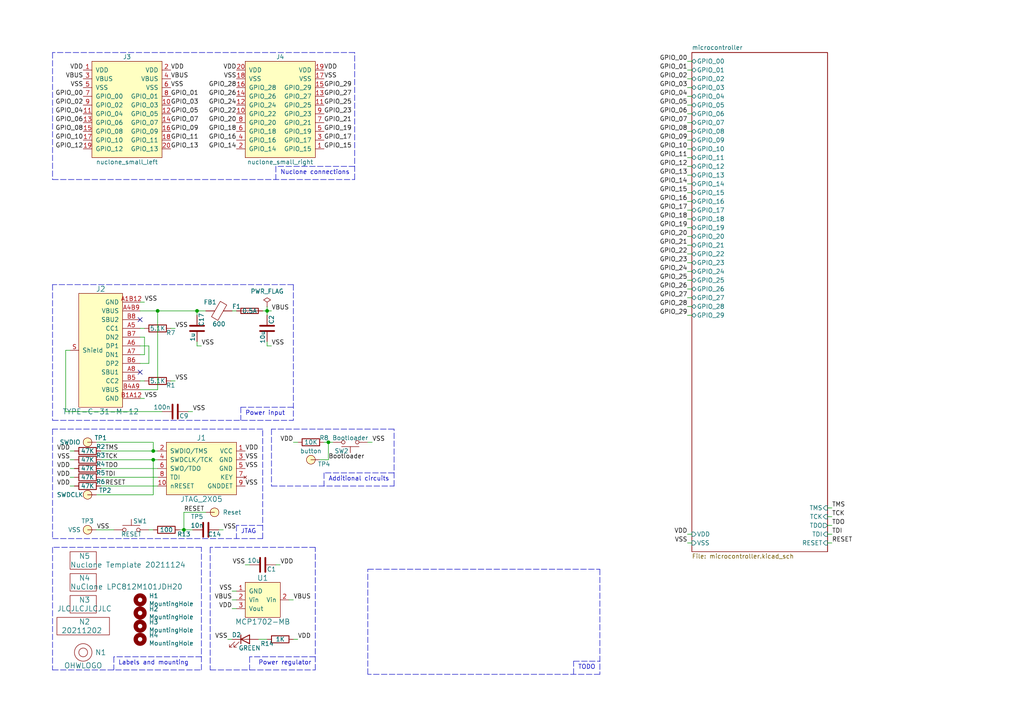
<source format=kicad_sch>
(kicad_sch (version 20211123) (generator eeschema)
  (paper "A4")
  (lib_symbols
    (symbol "Device:C" (pin_numbers hide) (pin_names (offset 0.254))
      (property "Reference" "C" (at 0.635 2.54 0))
      (property "Value" "C" (at 0.635 -2.54 0))
      (symbol "C_0_1"
        (polyline (pts (xy -2.032 -0.762) (xy 2.032 -0.762)) (stroke (width 0.508)))
        (polyline (pts (xy -2.032 0.762) (xy 2.032 0.762)) (stroke (width 0.508)))
      )
      (symbol "C_1_1"
        (pin passive line (at 0 3.81 270) (length 2.794) (name "~") (number "1"))
        (pin passive line (at 0 -3.81 90) (length 2.794) (name "~") (number "2"))
      )
    )
    (symbol "Device:FerriteBead" (pin_numbers hide) (pin_names (offset 0))
      (property "Reference" "FB" (at -3.81 0.635 90))
      (property "Value" "FerriteBead" (at 3.81 0 90))
      (symbol "FerriteBead_0_1"
        (polyline (pts (xy 0 -1.27) (xy 0 -1.2192)))
        (polyline (pts (xy 0 1.27) (xy 0 1.2954)))
        (polyline (pts (xy -2.7686 0.4064) (xy -1.7018 2.2606) (xy 2.7686 -0.3048) (xy 1.6764 -2.159) (xy -2.7686 0.4064)))
      )
      (symbol "FerriteBead_1_1"
        (pin passive line (at 0 3.81 270) (length 2.54) (name "~") (number "1"))
        (pin passive line (at 0 -3.81 90) (length 2.54) (name "~") (number "2"))
      )
    )
    (symbol "Device:Fuse" (pin_numbers hide) (pin_names (offset 0))
      (property "Reference" "F" (at 2.032 0 90))
      (property "Value" "Fuse" (at -1.905 0 90))
      (symbol "Fuse_0_1"
        (rectangle (start -0.762 -2.54) (end 0.762 2.54) (stroke (width 0.254)))
        (polyline (pts (xy 0 2.54) (xy 0 -2.54)))
      )
      (symbol "Fuse_1_1"
        (pin passive line (at 0 3.81 270) (length 1.27) (name "~") (number "1"))
        (pin passive line (at 0 -3.81 90) (length 1.27) (name "~") (number "2"))
      )
    )
    (symbol "Device:LED" (pin_numbers hide) (pin_names (offset 1.016) hide)
      (property "Reference" "D" (at 0 2.54 0))
      (property "Value" "LED" (at 0 -2.54 0))
      (symbol "LED_0_1"
        (polyline (pts (xy -1.27 -1.27) (xy -1.27 1.27)) (stroke (width 0.254)))
        (polyline (pts (xy -1.27 0) (xy 1.27 0)))
        (polyline (pts (xy 1.27 -1.27) (xy 1.27 1.27) (xy -1.27 0) (xy 1.27 -1.27)) (stroke (width 0.254)))
        (polyline (pts (xy -3.048 -0.762) (xy -4.572 -2.286) (xy -3.81 -2.286) (xy -4.572 -2.286) (xy -4.572 -1.524)))
        (polyline (pts (xy -1.778 -0.762) (xy -3.302 -2.286) (xy -2.54 -2.286) (xy -3.302 -2.286) (xy -3.302 -1.524)))
      )
      (symbol "LED_1_1"
        (pin passive line (at -3.81 0 0) (length 2.54) (name "K") (number "1"))
        (pin passive line (at 3.81 0 180) (length 2.54) (name "A") (number "2"))
      )
    )
    (symbol "Device:R" (pin_numbers hide) (pin_names (offset 0))
      (property "Reference" "R" (at 2.032 0 90))
      (property "Value" "R" (at 0 0 90))
      (symbol "R_0_1"
        (rectangle (start -1.016 -2.54) (end 1.016 2.54) (stroke (width 0.254)))
      )
      (symbol "R_1_1"
        (pin passive line (at 0 3.81 270) (length 1.27) (name "~") (number "1"))
        (pin passive line (at 0 -3.81 90) (length 1.27) (name "~") (number "2"))
      )
    )
    (symbol "Mechanical:MountingHole" (pin_names (offset 1.016))
      (property "Reference" "H" (at 0 5.08 0))
      (property "Value" "MountingHole" (at 0 3.175 0))
      (symbol "MountingHole_0_1"
        (circle (center 0 0) (radius 1.27) (stroke (width 1.27)))
      )
    )
    (symbol "SquantorConnectorsNamed:JTAG_2X05_IN" (pin_names (offset 1.016))
      (property "Reference" "J" (at 0 8.89 0))
      (property "Value" "JTAG_2X05_IN" (at 0 -8.89 0))
      (symbol "JTAG_2X05_IN_0_1"
        (rectangle (start -10.16 7.62) (end 10.16 -7.62) (fill (type background)))
      )
      (symbol "JTAG_2X05_IN_1_1"
        (pin power_in line (at 12.7 5.08 180) (length 2.54) (name "VCC") (number "1"))
        (pin open_collector line (at -12.7 -5.08 0) (length 2.54) (name "nRESET") (number "10"))
        (pin bidirectional line (at -12.7 5.08 0) (length 2.54) (name "SWDIO/TMS") (number "2"))
        (pin power_in line (at 12.7 2.54 180) (length 2.54) (name "GND") (number "3"))
        (pin output line (at -12.7 2.54 0) (length 2.54) (name "SWDCLK/TCK") (number "4"))
        (pin power_in line (at 12.7 0 180) (length 2.54) (name "GND") (number "5"))
        (pin output line (at -12.7 0 0) (length 2.54) (name "SWO/TDO") (number "6"))
        (pin no_connect line (at 12.7 -2.54 180) (length 2.54) (name "KEY") (number "7"))
        (pin input line (at -12.7 -2.54 0) (length 2.54) (name "TDI") (number "8"))
        (pin power_in line (at 12.7 -5.08 180) (length 2.54) (name "GNDDET") (number "9"))
      )
    )
    (symbol "SquantorConnectorsNamed:nuclone_small_left" (pin_names (offset 1.016))
      (property "Reference" "J" (at 0 15.24 0))
      (property "Value" "nuclone_small_left" (at 0 -15.24 0))
      (symbol "nuclone_small_left_0_1"
        (rectangle (start -10.16 13.97) (end 10.16 -13.97) (fill (type background)))
      )
      (symbol "nuclone_small_left_1_1"
        (pin power_in line (at -12.7 11.43 0) (length 2.54) (name "VDD") (number "1"))
        (pin bidirectional line (at 12.7 1.27 180) (length 2.54) (name "GPIO_03") (number "10"))
        (pin bidirectional line (at -12.7 -1.27 0) (length 2.54) (name "GPIO_04") (number "11"))
        (pin bidirectional line (at 12.7 -1.27 180) (length 2.54) (name "GPIO_05") (number "12"))
        (pin bidirectional line (at -12.7 -3.81 0) (length 2.54) (name "GPIO_06") (number "13"))
        (pin bidirectional line (at 12.7 -3.81 180) (length 2.54) (name "GPIO_07") (number "14"))
        (pin bidirectional line (at -12.7 -6.35 0) (length 2.54) (name "GPIO_08") (number "15"))
        (pin bidirectional line (at 12.7 -6.35 180) (length 2.54) (name "GPIO_09") (number "16"))
        (pin bidirectional line (at -12.7 -8.89 0) (length 2.54) (name "GPIO_10") (number "17"))
        (pin bidirectional line (at 12.7 -8.89 180) (length 2.54) (name "GPIO_11") (number "18"))
        (pin bidirectional line (at -12.7 -11.43 0) (length 2.54) (name "GPIO_12") (number "19"))
        (pin power_in line (at 12.7 11.43 180) (length 2.54) (name "VDD") (number "2"))
        (pin bidirectional line (at 12.7 -11.43 180) (length 2.54) (name "GPIO_13") (number "20"))
        (pin power_in line (at -12.7 8.89 0) (length 2.54) (name "VBUS") (number "3"))
        (pin power_in line (at 12.7 8.89 180) (length 2.54) (name "VBUS") (number "4"))
        (pin power_in line (at -12.7 6.35 0) (length 2.54) (name "VSS") (number "5"))
        (pin power_in line (at 12.7 6.35 180) (length 2.54) (name "VSS") (number "6"))
        (pin bidirectional line (at -12.7 3.81 0) (length 2.54) (name "GPIO_00") (number "7"))
        (pin bidirectional line (at 12.7 3.81 180) (length 2.54) (name "GPIO_01") (number "8"))
        (pin bidirectional line (at -12.7 1.27 0) (length 2.54) (name "GPIO_02") (number "9"))
      )
    )
    (symbol "SquantorConnectorsNamed:nuclone_small_right" (pin_names (offset 1.016))
      (property "Reference" "J" (at 0 -15.24 0))
      (property "Value" "nuclone_small_right" (at 0 15.24 0))
      (symbol "nuclone_small_right_0_1"
        (rectangle (start 10.16 -13.97) (end -10.16 13.97) (fill (type background)))
      )
      (symbol "nuclone_small_right_1_1"
        (pin bidirectional line (at 12.7 -11.43 180) (length 2.54) (name "GPIO_15") (number "1"))
        (pin bidirectional line (at -12.7 -1.27 0) (length 2.54) (name "GPIO_22") (number "10"))
        (pin bidirectional line (at 12.7 1.27 180) (length 2.54) (name "GPIO_25") (number "11"))
        (pin bidirectional line (at -12.7 1.27 0) (length 2.54) (name "GPIO_24") (number "12"))
        (pin bidirectional line (at 12.7 3.81 180) (length 2.54) (name "GPIO_27") (number "13"))
        (pin bidirectional line (at -12.7 3.81 0) (length 2.54) (name "GPIO_26") (number "14"))
        (pin bidirectional line (at 12.7 6.35 180) (length 2.54) (name "GPIO_29") (number "15"))
        (pin bidirectional line (at -12.7 6.35 0) (length 2.54) (name "GPIO_28") (number "16"))
        (pin power_in line (at 12.7 8.89 180) (length 2.54) (name "VSS") (number "17"))
        (pin power_in line (at -12.7 8.89 0) (length 2.54) (name "VSS") (number "18"))
        (pin power_in line (at 12.7 11.43 180) (length 2.54) (name "VDD") (number "19"))
        (pin bidirectional line (at -12.7 -11.43 0) (length 2.54) (name "GPIO_14") (number "2"))
        (pin power_in line (at -12.7 11.43 0) (length 2.54) (name "VDD") (number "20"))
        (pin bidirectional line (at 12.7 -8.89 180) (length 2.54) (name "GPIO_17") (number "3"))
        (pin bidirectional line (at -12.7 -8.89 0) (length 2.54) (name "GPIO_16") (number "4"))
        (pin bidirectional line (at 12.7 -6.35 180) (length 2.54) (name "GPIO_19") (number "5"))
        (pin bidirectional line (at -12.7 -6.35 0) (length 2.54) (name "GPIO_18") (number "6"))
        (pin bidirectional line (at 12.7 -3.81 180) (length 2.54) (name "GPIO_21") (number "7"))
        (pin bidirectional line (at -12.7 -3.81 0) (length 2.54) (name "GPIO_20") (number "8"))
        (pin bidirectional line (at 12.7 -1.27 180) (length 2.54) (name "GPIO_23") (number "9"))
      )
    )
    (symbol "SquantorLabels:Label" (pin_names (offset 1.016))
      (property "Reference" "N" (at 0 1.27 0))
      (property "Value" "Label" (at 0 -1.27 0))
      (symbol "Label_0_1"
        (rectangle (start -3.81 2.54) (end 3.81 -2.54))
      )
    )
    (symbol "SquantorLabels:OHWLOGO" (pin_names (offset 1.016))
      (property "Reference" "N" (at 0 3.81 0))
      (property "Value" "OHWLOGO" (at 0 -3.81 0))
      (symbol "OHWLOGO_0_1"
        (circle (center 0 0) (radius 1.27))
        (circle (center 0 0) (radius 2.54))
      )
    )
    (symbol "SquantorLabels:VYYYYMMDD" (pin_names (offset 1.016))
      (property "Reference" "N" (at 0 2.54 0))
      (property "Value" "VYYYYMMDD" (at 0 0 0))
      (symbol "VYYYYMMDD_0_1"
        (rectangle (start 7.62 -1.27) (end -7.62 3.81))
      )
    )
    (symbol "SquantorMicrochip:MCP1702-MB" (pin_names (offset 1.016))
      (property "Reference" "U" (at 0 6.35 0))
      (property "Value" "MCP1702-MB" (at 0 -6.35 0))
      (symbol "MCP1702-MB_0_1"
        (rectangle (start -5.08 5.08) (end 5.08 -5.08) (fill (type background)))
      )
      (symbol "MCP1702-MB_1_1"
        (pin power_in line (at -7.62 2.54 0) (length 2.54) (name "GND") (number "1"))
        (pin power_in line (at -7.62 0 0) (length 2.54) (name "Vin") (number "2"))
        (pin power_in line (at 7.62 0 180) (length 2.54) (name "Vin") (number "2"))
        (pin power_out line (at -7.62 -2.54 0) (length 2.54) (name "Vout") (number "3"))
      )
    )
    (symbol "SquantorProto:testpad" (pin_numbers hide) (pin_names (offset 1.016) hide)
      (property "Reference" "TP" (at 0 2.54 0))
      (property "Value" "testpad" (at 0 -2.54 0))
      (symbol "testpad_0_1"
        (circle (center 0 0) (radius 1.27) (fill (type background)))
      )
      (symbol "testpad_1_1"
        (pin passive line (at -2.54 0 0) (length 2.54) (name "1") (number "1"))
      )
    )
    (symbol "SquantorUsb:USB-C_PD_USB" (pin_names (offset 1.016))
      (property "Reference" "J" (at 0 17.78 0))
      (property "Value" "USB-C_PD_USB" (at 0 -17.78 0))
      (symbol "USB-C_PD_USB_0_1"
        (rectangle (start 6.35 16.51) (end -6.35 -16.51) (fill (type background)))
      )
      (symbol "USB-C_PD_USB_1_1"
        (pin power_out line (at 11.43 13.97 180) (length 5.08) (name "GND") (number "A1B12"))
        (pin power_out line (at 11.43 11.43 180) (length 5.08) (name "VBUS") (number "A4B9"))
        (pin bidirectional line (at 11.43 6.35 180) (length 5.08) (name "CC1") (number "A5"))
        (pin bidirectional line (at 11.43 1.27 180) (length 5.08) (name "DP1") (number "A6"))
        (pin bidirectional line (at 11.43 -1.27 180) (length 5.08) (name "DN1") (number "A7"))
        (pin bidirectional line (at 11.43 -6.35 180) (length 5.08) (name "SBU1") (number "A8"))
        (pin passive line (at 11.43 -13.97 180) (length 5.08) (name "GND") (number "B1A12"))
        (pin passive line (at 11.43 -11.43 180) (length 5.08) (name "VBUS") (number "B4A9"))
        (pin bidirectional line (at 11.43 -8.89 180) (length 5.08) (name "CC2") (number "B5"))
        (pin bidirectional line (at 11.43 -3.81 180) (length 5.08) (name "DP2") (number "B6"))
        (pin bidirectional line (at 11.43 3.81 180) (length 5.08) (name "DN2") (number "B7"))
        (pin bidirectional line (at 11.43 8.89 180) (length 5.08) (name "SBU2") (number "B8"))
        (pin passive line (at -8.89 0 0) (length 2.54) (name "Shield") (number "S"))
      )
    )
    (symbol "Switch:SW_Push" (pin_numbers hide) (pin_names (offset 1.016) hide)
      (property "Reference" "SW" (at 1.27 2.54 0))
      (property "Value" "SW_Push" (at 0 -1.524 0))
      (symbol "SW_Push_0_1"
        (circle (center -2.032 0) (radius 0.508))
        (polyline (pts (xy 0 1.27) (xy 0 3.048)))
        (polyline (pts (xy 2.54 1.27) (xy -2.54 1.27)))
        (circle (center 2.032 0) (radius 0.508))
        (pin passive line (at -5.08 0 0) (length 2.54) (name "1") (number "1"))
        (pin passive line (at 5.08 0 180) (length 2.54) (name "2") (number "2"))
      )
    )
    (symbol "power:PWR_FLAG" (power) (pin_numbers hide) (pin_names (offset 0) hide)
      (property "Value" "PWR_FLAG" (at 0 3.81 0))
      (symbol "PWR_FLAG_0_0"
        (pin power_out line (at 0 0 90) (length 0) (name "pwr") (number "1"))
      )
      (symbol "PWR_FLAG_0_1"
        (polyline (pts (xy 0 0) (xy 0 1.27) (xy -1.016 1.905) (xy 0 2.54) (xy 1.016 1.905) (xy 0 1.27)))
      )
    )
  )
  (junction (at 77.47 90.17))
  (junction (at 45.72 90.17))
  (junction (at 44.45 130.81))
  (junction (at 44.45 133.35))
  (junction (at 53.34 153.67))
  (junction (at 95.25 128.27))
  (junction (at 57.15 90.17))
  (no_connect (at 40.64 92.71))
  (no_connect (at 40.64 107.95))
  (wire (pts (xy 85.09 173.99) (xy 83.82 173.99)))
  (wire (pts (xy 200.66 76.2) (xy 199.39 76.2)))
  (polyline (pts (xy 114.3 124.46) (xy 78.74 124.46)))
  (polyline (pts (xy 173.99 195.58) (xy 106.68 195.58)))
  (wire (pts (xy 77.47 91.44) (xy 77.47 90.17)))
  (wire (pts (xy 199.39 43.18) (xy 200.66 43.18)))
  (wire (pts (xy 45.72 90.17) (xy 57.15 90.17)))
  (wire (pts (xy 86.36 185.42) (xy 85.09 185.42)))
  (wire (pts (xy 59.69 148.59) (xy 53.34 148.59)))
  (polyline (pts (xy 58.42 190.5) (xy 33.02 190.5)))
  (wire (pts (xy 85.09 128.27) (xy 86.36 128.27)))
  (polyline (pts (xy 15.24 156.21) (xy 76.2 156.21)))
  (polyline (pts (xy 15.24 158.75) (xy 15.24 194.31)))
  (wire (pts (xy 41.91 110.49) (xy 40.64 110.49)))
  (wire (pts (xy 29.21 140.97) (xy 45.72 140.97)))
  (polyline (pts (xy 102.87 48.26) (xy 80.01 48.26)))
  (polyline (pts (xy 76.2 152.4) (xy 68.58 152.4)))
  (polyline (pts (xy 58.42 158.75) (xy 15.24 158.75)))
  (wire (pts (xy 78.74 90.17) (xy 77.47 90.17)))
  (wire (pts (xy 53.34 148.59) (xy 53.34 153.67)))
  (polyline (pts (xy 15.24 82.55) (xy 15.24 121.92)))
  (wire (pts (xy 40.64 95.25) (xy 41.91 95.25)))
  (wire (pts (xy 199.39 17.78) (xy 200.66 17.78)))
  (wire (pts (xy 241.3 149.86) (xy 240.03 149.86)))
  (wire (pts (xy 200.66 45.72) (xy 199.39 45.72)))
  (polyline (pts (xy 106.68 165.1) (xy 173.99 165.1)))
  (wire (pts (xy 240.03 147.32) (xy 241.3 147.32)))
  (wire (pts (xy 200.66 81.28) (xy 199.39 81.28)))
  (polyline (pts (xy 69.85 118.11) (xy 69.85 121.92)))
  (wire (pts (xy 199.39 154.94) (xy 200.66 154.94)))
  (polyline (pts (xy 85.09 82.55) (xy 85.09 121.92)))
  (wire (pts (xy 55.88 153.67) (xy 53.34 153.67)))
  (wire (pts (xy 49.53 110.49) (xy 50.8 110.49)))
  (wire (pts (xy 27.94 153.67) (xy 33.02 153.67)))
  (wire (pts (xy 200.66 71.12) (xy 199.39 71.12)))
  (wire (pts (xy 52.07 153.67) (xy 53.34 153.67)))
  (polyline (pts (xy 33.02 190.5) (xy 33.02 194.31)))
  (wire (pts (xy 29.21 133.35) (xy 44.45 133.35)))
  (wire (pts (xy 41.91 87.63) (xy 40.64 87.63)))
  (wire (pts (xy 68.58 173.99) (xy 67.31 173.99)))
  (wire (pts (xy 21.59 133.35) (xy 20.32 133.35)))
  (wire (pts (xy 29.21 138.43) (xy 45.72 138.43)))
  (polyline (pts (xy 80.01 48.26) (xy 80.01 52.07)))
  (polyline (pts (xy 166.37 195.58) (xy 166.37 191.77)))
  (wire (pts (xy 200.66 40.64) (xy 199.39 40.64)))
  (wire (pts (xy 199.39 48.26) (xy 200.66 48.26)))
  (wire (pts (xy 240.03 152.4) (xy 241.3 152.4)))
  (wire (pts (xy 77.47 100.33) (xy 78.74 100.33)))
  (polyline (pts (xy 91.44 158.75) (xy 60.96 158.75)))
  (wire (pts (xy 200.66 20.32) (xy 199.39 20.32)))
  (wire (pts (xy 44.45 133.35) (xy 45.72 133.35)))
  (wire (pts (xy 77.47 90.17) (xy 76.2 90.17)))
  (wire (pts (xy 241.3 154.94) (xy 240.03 154.94)))
  (wire (pts (xy 199.39 27.94) (xy 200.66 27.94)))
  (wire (pts (xy 199.39 33.02) (xy 200.66 33.02)))
  (wire (pts (xy 200.66 91.44) (xy 199.39 91.44)))
  (wire (pts (xy 64.77 153.67) (xy 63.5 153.67)))
  (wire (pts (xy 21.59 138.43) (xy 20.32 138.43)))
  (polyline (pts (xy 78.74 124.46) (xy 78.74 140.97)))
  (wire (pts (xy 199.39 38.1) (xy 200.66 38.1)))
  (polyline (pts (xy 102.87 15.24) (xy 15.24 15.24)))
  (polyline (pts (xy 102.87 52.07) (xy 102.87 15.24)))
  (wire (pts (xy 57.15 91.44) (xy 57.15 90.17)))
  (wire (pts (xy 27.94 128.27) (xy 44.45 128.27)))
  (polyline (pts (xy 15.24 124.46) (xy 15.24 156.21)))
  (wire (pts (xy 57.15 90.17) (xy 59.69 90.17)))
  (wire (pts (xy 200.66 86.36) (xy 199.39 86.36)))
  (polyline (pts (xy 15.24 52.07) (xy 102.87 52.07)))
  (wire (pts (xy 19.05 101.6) (xy 19.05 119.38)))
  (wire (pts (xy 20.32 140.97) (xy 21.59 140.97)))
  (wire (pts (xy 45.72 113.03) (xy 45.72 90.17)))
  (wire (pts (xy 92.71 133.35) (xy 95.25 133.35)))
  (wire (pts (xy 199.39 88.9) (xy 200.66 88.9)))
  (wire (pts (xy 44.45 143.51) (xy 44.45 133.35)))
  (wire (pts (xy 29.21 130.81) (xy 44.45 130.81)))
  (polyline (pts (xy 76.2 124.46) (xy 15.24 124.46)))
  (wire (pts (xy 77.47 99.06) (xy 77.47 100.33)))
  (polyline (pts (xy 85.09 118.11) (xy 69.85 118.11)))
  (wire (pts (xy 199.39 68.58) (xy 200.66 68.58)))
  (wire (pts (xy 19.05 119.38) (xy 46.99 119.38)))
  (wire (pts (xy 199.39 53.34) (xy 200.66 53.34)))
  (wire (pts (xy 200.66 157.48) (xy 199.39 157.48)))
  (wire (pts (xy 41.91 115.57) (xy 40.64 115.57)))
  (polyline (pts (xy 78.74 140.97) (xy 114.3 140.97)))
  (wire (pts (xy 29.21 135.89) (xy 45.72 135.89)))
  (wire (pts (xy 40.64 90.17) (xy 45.72 90.17)))
  (wire (pts (xy 199.39 73.66) (xy 200.66 73.66)))
  (wire (pts (xy 200.66 30.48) (xy 199.39 30.48)))
  (polyline (pts (xy 58.42 194.31) (xy 58.42 158.75)))
  (wire (pts (xy 93.98 128.27) (xy 95.25 128.27)))
  (wire (pts (xy 80.01 163.83) (xy 81.28 163.83)))
  (wire (pts (xy 67.31 185.42) (xy 66.04 185.42)))
  (wire (pts (xy 27.94 143.51) (xy 44.45 143.51)))
  (wire (pts (xy 200.66 50.8) (xy 199.39 50.8)))
  (wire (pts (xy 67.31 171.45) (xy 68.58 171.45)))
  (wire (pts (xy 57.15 100.33) (xy 57.15 99.06)))
  (wire (pts (xy 95.25 128.27) (xy 96.52 128.27)))
  (polyline (pts (xy 106.68 195.58) (xy 106.68 165.1)))
  (wire (pts (xy 50.8 95.25) (xy 49.53 95.25)))
  (wire (pts (xy 199.39 22.86) (xy 200.66 22.86)))
  (polyline (pts (xy 60.96 158.75) (xy 60.96 194.31)))
  (polyline (pts (xy 60.96 194.31) (xy 91.44 194.31)))
  (polyline (pts (xy 166.37 191.77) (xy 173.99 191.77)))
  (polyline (pts (xy 114.3 137.16) (xy 93.98 137.16)))
  (wire (pts (xy 55.88 119.38) (xy 54.61 119.38)))
  (polyline (pts (xy 91.44 194.31) (xy 91.44 158.75)))
  (wire (pts (xy 40.64 100.33) (xy 43.18 100.33)))
  (polyline (pts (xy 15.24 15.24) (xy 15.24 52.07)))
  (wire (pts (xy 200.66 55.88) (xy 199.39 55.88)))
  (wire (pts (xy 71.12 163.83) (xy 72.39 163.83)))
  (wire (pts (xy 58.42 100.33) (xy 57.15 100.33)))
  (wire (pts (xy 40.64 97.79) (xy 41.91 97.79)))
  (wire (pts (xy 44.45 130.81) (xy 45.72 130.81)))
  (wire (pts (xy 43.18 153.67) (xy 44.45 153.67)))
  (wire (pts (xy 199.39 63.5) (xy 200.66 63.5)))
  (polyline (pts (xy 91.44 190.5) (xy 72.39 190.5)))
  (wire (pts (xy 67.31 176.53) (xy 68.58 176.53)))
  (wire (pts (xy 200.66 66.04) (xy 199.39 66.04)))
  (wire (pts (xy 43.18 100.33) (xy 43.18 105.41)))
  (wire (pts (xy 43.18 105.41) (xy 40.64 105.41)))
  (wire (pts (xy 44.45 128.27) (xy 44.45 130.81)))
  (wire (pts (xy 240.03 157.48) (xy 241.3 157.48)))
  (polyline (pts (xy 85.09 82.55) (xy 15.24 82.55)))
  (polyline (pts (xy 68.58 152.4) (xy 68.58 156.21)))
  (wire (pts (xy 199.39 78.74) (xy 200.66 78.74)))
  (wire (pts (xy 200.66 35.56) (xy 199.39 35.56)))
  (polyline (pts (xy 173.99 165.1) (xy 173.99 195.58)))
  (wire (pts (xy 41.91 102.87) (xy 40.64 102.87)))
  (polyline (pts (xy 15.24 121.92) (xy 85.09 121.92)))
  (wire (pts (xy 77.47 90.17) (xy 77.47 88.9)))
  (wire (pts (xy 40.64 113.03) (xy 45.72 113.03)))
  (wire (pts (xy 20.32 101.6) (xy 19.05 101.6)))
  (wire (pts (xy 200.66 25.4) (xy 199.39 25.4)))
  (polyline (pts (xy 114.3 140.97) (xy 114.3 124.46)))
  (wire (pts (xy 95.25 133.35) (xy 95.25 128.27)))
  (wire (pts (xy 41.91 97.79) (xy 41.91 102.87)))
  (wire (pts (xy 199.39 83.82) (xy 200.66 83.82)))
  (wire (pts (xy 20.32 135.89) (xy 21.59 135.89)))
  (wire (pts (xy 77.47 185.42) (xy 74.93 185.42)))
  (wire (pts (xy 199.39 58.42) (xy 200.66 58.42)))
  (wire (pts (xy 20.32 130.81) (xy 21.59 130.81)))
  (polyline (pts (xy 72.39 190.5) (xy 72.39 194.31)))
  (wire (pts (xy 107.95 128.27) (xy 106.68 128.27)))
  (polyline (pts (xy 93.98 137.16) (xy 93.98 140.97)))
  (wire (pts (xy 200.66 60.96) (xy 199.39 60.96)))
  (wire (pts (xy 67.31 90.17) (xy 68.58 90.17)))
  (polyline (pts (xy 76.2 156.21) (xy 76.2 124.46)))
  (polyline (pts (xy 15.24 194.31) (xy 58.42 194.31)))
  (text "Additional circuits" (at 95.25 139.7 0) (effects (font (size 1.27 1.27)) (justify left bottom)))
  (text "Power input" (at 71.12 120.65 0) (effects (font (size 1.27 1.27)) (justify left bottom)))
  (text "Power regulator" (at 74.93 193.04 0) (effects (font (size 1.27 1.27)) (justify left bottom)))
  (text "Nuclone connections" (at 81.28 50.8 0) (effects (font (size 1.27 1.27)) (justify left bottom)))
  (text "TODO" (at 167.64 194.31 0) (effects (font (size 1.27 1.27)) (justify left bottom)))
  (text "Labels and mounting" (at 34.29 193.04 0) (effects (font (size 1.27 1.27)) (justify left bottom)))
  (text "JTAG" (at 69.85 154.94 0) (effects (font (size 1.27 1.27)) (justify left bottom)))
  (label "GPIO_07" (at 49.53 35.56 0))
  (label "GPIO_23" (at 199.39 76.2 180))
  (label "VSS" (at 50.8 95.25 0))
  (label "GPIO_19" (at 199.39 66.04 180))
  (label "VSS" (at 71.12 140.97 0))
  (label "GPIO_24" (at 199.39 78.74 180))
  (label "VBUS" (at 78.74 90.17 0))
  (label "VBUS" (at 49.53 22.86 0))
  (label "TCK" (at 30.48 133.35 0))
  (label "VSS" (at 20.32 133.35 180))
  (label "GPIO_28" (at 199.39 88.9 180))
  (label "GPIO_25" (at 93.98 30.48 0))
  (label "GPIO_10" (at 24.13 40.64 180))
  (label "GPIO_06" (at 199.39 33.02 180))
  (label "TMS" (at 241.3 147.32 0))
  (label "GPIO_12" (at 24.13 43.18 180))
  (label "GPIO_16" (at 68.58 40.64 180))
  (label "VDD" (at 20.32 140.97 180))
  (label "GPIO_04" (at 24.13 33.02 180))
  (label "VSS" (at 199.39 157.48 180))
  (label "VSS" (at 71.12 163.83 180))
  (label "GPIO_00" (at 199.39 17.78 180))
  (label "VSS" (at 67.31 171.45 180))
  (label "GPIO_12" (at 199.39 48.26 180))
  (label "GPIO_11" (at 49.53 40.64 0))
  (label "GPIO_13" (at 49.53 43.18 0))
  (label "TDI" (at 241.3 154.94 0))
  (label "GPIO_10" (at 199.39 43.18 180))
  (label "GPIO_21" (at 93.98 35.56 0))
  (label "GPIO_15" (at 199.39 55.88 180))
  (label "GPIO_29" (at 93.98 25.4 0))
  (label "VDD" (at 24.13 20.32 180))
  (label "TDO" (at 30.48 135.89 0))
  (label "VSS" (at 71.12 135.89 0))
  (label "VDD" (at 20.32 135.89 180))
  (label "GPIO_27" (at 199.39 86.36 180))
  (label "GPIO_22" (at 68.58 33.02 180))
  (label "GPIO_03" (at 49.53 30.48 0))
  (label "GPIO_18" (at 199.39 63.5 180))
  (label "GPIO_01" (at 49.53 27.94 0))
  (label "GPIO_08" (at 199.39 38.1 180))
  (label "GPIO_17" (at 93.98 40.64 0))
  (label "GPIO_07" (at 199.39 35.56 180))
  (label "TDO" (at 241.3 152.4 0))
  (label "Bootloader" (at 95.25 133.35 0))
  (label "GPIO_16" (at 199.39 58.42 180))
  (label "VSS" (at 55.88 119.38 0))
  (label "VSS" (at 58.42 100.33 0))
  (label "VSS" (at 68.58 22.86 180))
  (label "VBUS" (at 67.31 173.99 180))
  (label "GPIO_09" (at 49.53 38.1 0))
  (label "TCK" (at 241.3 149.86 0))
  (label "VDD" (at 81.28 163.83 0))
  (label "GPIO_20" (at 68.58 35.56 180))
  (label "VDD" (at 71.12 130.81 0))
  (label "GPIO_15" (at 93.98 43.18 0))
  (label "GPIO_25" (at 199.39 81.28 180))
  (label "GPIO_27" (at 93.98 27.94 0))
  (label "VDD" (at 85.09 128.27 180))
  (label "VDD" (at 68.58 20.32 180))
  (label "GPIO_09" (at 199.39 40.64 180))
  (label "GPIO_13" (at 199.39 50.8 180))
  (label "GPIO_03" (at 199.39 25.4 180))
  (label "GPIO_26" (at 68.58 27.94 180))
  (label "VSS" (at 49.53 25.4 0))
  (label "VDD" (at 86.36 185.42 0))
  (label "TMS" (at 30.48 130.81 0))
  (label "GPIO_26" (at 199.39 83.82 180))
  (label "GPIO_29" (at 199.39 91.44 180))
  (label "GPIO_19" (at 93.98 38.1 0))
  (label "RESET" (at 30.48 140.97 0))
  (label "GPIO_05" (at 49.53 33.02 0))
  (label "GPIO_21" (at 199.39 71.12 180))
  (label "GPIO_05" (at 199.39 30.48 180))
  (label "GPIO_14" (at 199.39 53.34 180))
  (label "TDI" (at 30.48 138.43 0))
  (label "VSS" (at 93.98 22.86 0))
  (label "GPIO_00" (at 24.13 27.94 180))
  (label "GPIO_22" (at 199.39 73.66 180))
  (label "GPIO_28" (at 68.58 25.4 180))
  (label "GPIO_23" (at 93.98 33.02 0))
  (label "GPIO_14" (at 68.58 43.18 180))
  (label "GPIO_11" (at 199.39 45.72 180))
  (label "VSS" (at 71.12 133.35 0))
  (label "VSS" (at 107.95 128.27 0))
  (label "VDD" (at 20.32 130.81 180))
  (label "GPIO_02" (at 24.13 30.48 180))
  (label "VDD" (at 93.98 20.32 0))
  (label "VDD" (at 49.53 20.32 0))
  (label "VSS" (at 24.13 25.4 180))
  (label "GPIO_06" (at 24.13 35.56 180))
  (label "VDD" (at 199.39 154.94 180))
  (label "VSS" (at 64.77 153.67 0))
  (label "VSS" (at 66.04 185.42 180))
  (label "RESET" (at 53.34 148.59 0))
  (label "RESET" (at 241.3 157.48 0))
  (label "GPIO_08" (at 24.13 38.1 180))
  (label "GPIO_18" (at 68.58 38.1 180))
  (label "VSS" (at 41.91 115.57 0))
  (label "VSS" (at 31.75 153.67 180))
  (label "GPIO_20" (at 199.39 68.58 180))
  (label "GPIO_17" (at 199.39 60.96 180))
  (label "GPIO_02" (at 199.39 22.86 180))
  (label "VSS" (at 41.91 87.63 0))
  (label "VBUS" (at 85.09 173.99 0))
  (label "VDD" (at 67.31 176.53 180))
  (label "VSS" (at 50.8 110.49 0))
  (label "VDD" (at 20.32 138.43 180))
  (label "VBUS" (at 24.13 22.86 180))
  (label "GPIO_24" (at 68.58 30.48 180))
  (label "GPIO_04" (at 199.39 27.94 180))
  (label "VSS" (at 78.74 100.33 0))
  (label "GPIO_01" (at 199.39 20.32 180))
  (symbol (lib_id "SquantorLabels:OHWLOGO") (at 24.13 189.23 0) (unit 1)
    (property "Reference" "N1" (at 29.21 189.23 0) (effects (font (size 1.524 1.524))))
    (property "Value" "OHWLOGO" (at 24.13 193.04 0) (effects (font (size 1.524 1.524))))
    (property "Footprint" "Symbols:OSHW-Symbol_6.7x6mm_SilkScreen" (effects hide))
  )
  (symbol (lib_id "SquantorConnectorsNamed:JTAG_2X05_IN") (at 58.42 135.89 0) (unit 1)
    (property "Reference" "J1" (at 58.42 127 0) (effects (font (size 1.524 1.524))))
    (property "Value" "JTAG_2X05" (at 58.42 144.78 0) (effects (font (size 1.524 1.524))))
    (property "Footprint" "SquantorConnectors:Header-0127-2X05-H006" (effects hide))
  )
  (symbol (lib_id "Device:FerriteBead") (at 63.5 90.17 270) (unit 1)
    (property "Reference" "FB1" (at 60.96 87.63 90))
    (property "Value" "600" (at 63.5 93.98 90))
    (property "Footprint" "SquantorRcl:L_0603" (effects hide))
  )
  (symbol (lib_id "Device:Fuse") (at 72.39 90.17 270) (unit 1)
    (property "Reference" "F1" (at 68.58 88.9 90))
    (property "Value" "0.5A" (at 72.39 90.17 90))
    (property "Footprint" "SquantorRcl:F_0603_hand" (effects hide))
  )
  (symbol (lib_id "Device:C") (at 77.47 95.25 180) (unit 1)
    (property "Reference" "C2" (at 78.74 92.71 90))
    (property "Value" "10u" (at 76.2 97.79 90))
    (property "Footprint" "SquantorRcl:C_0603" (effects hide))
  )
  (symbol (lib_id "power:PWR_FLAG") (at 77.47 88.9 0) (unit 1)
    (property "Reference" "#FLG01" (effects hide))
    (property "Value" "PWR_FLAG" (at 77.47 84.5058 0))
  )
  (symbol (lib_id "Mechanical:MountingHole") (at 40.64 185.42 0) (unit 1)
    (property "Reference" "H4" (at 43.18 184.2516 0) (effects (justify left)))
    (property "Value" "MountingHole" (at 43.18 186.563 0) (effects (justify left)))
    (property "Footprint" "MountingHole:MountingHole_3.2mm_M3_Pad_Via" (effects hide))
  )
  (symbol (lib_id "Mechanical:MountingHole") (at 40.64 181.61 0) (unit 1)
    (property "Reference" "H3" (at 43.18 180.4416 0) (effects (justify left)))
    (property "Value" "MountingHole" (at 43.18 182.753 0) (effects (justify left)))
    (property "Footprint" "MountingHole:MountingHole_3.2mm_M3_Pad_Via" (effects hide))
  )
  (symbol (lib_id "Mechanical:MountingHole") (at 40.64 177.8 0) (unit 1)
    (property "Reference" "H2" (at 43.18 176.6316 0) (effects (justify left)))
    (property "Value" "MountingHole" (at 43.18 178.943 0) (effects (justify left)))
    (property "Footprint" "MountingHole:MountingHole_3.2mm_M3_Pad_Via" (effects hide))
  )
  (symbol (lib_id "Mechanical:MountingHole") (at 40.64 173.99 0) (unit 1)
    (property "Reference" "H1" (at 43.18 172.8216 0) (effects (justify left)))
    (property "Value" "MountingHole" (at 43.18 175.133 0) (effects (justify left)))
    (property "Footprint" "MountingHole:MountingHole_3.2mm_M3_Pad_Via" (effects hide))
  )
  (symbol (lib_id "SquantorLabels:VYYYYMMDD") (at 24.13 182.88 0) (unit 1)
    (property "Reference" "N2" (at 22.86 180.34 0) (effects (font (size 1.524 1.524)) (justify left)))
    (property "Value" "20211202" (at 17.78 182.88 0) (effects (font (size 1.524 1.524)) (justify left)))
    (property "Footprint" "SquantorLabels:Label_version" (effects hide))
  )
  (symbol (lib_id "SquantorMicrochip:MCP1702-MB") (at 76.2 173.99 0) (unit 1)
    (property "Reference" "U1" (at 76.2 167.64 0) (effects (font (size 1.524 1.524))))
    (property "Value" "MCP1702-MB" (at 76.2 180.34 0) (effects (font (size 1.524 1.524))))
    (property "Footprint" "SquantorIC:SOT89-NXP" (effects hide))
  )
  (symbol (lib_id "Device:C") (at 76.2 163.83 270) (unit 1)
    (property "Reference" "C1" (at 78.74 165.1 90))
    (property "Value" "10u" (at 73.66 162.56 90))
    (property "Footprint" "SquantorRcl:C_0603" (effects hide))
  )
  (symbol (lib_id "SquantorConnectorsNamed:nuclone_small_left") (at 36.83 31.75 0) (unit 1)
    (property "Reference" "J3" (at 36.83 16.51 0))
    (property "Value" "nuclone_small_left" (at 36.83 46.99 0))
    (property "Footprint" "SquantorConnectorsNamed:nuclone_small_left_stacked" (effects hide))
  )
  (symbol (lib_id "SquantorConnectorsNamed:nuclone_small_right") (at 81.28 31.75 0) (unit 1)
    (property "Reference" "J4" (at 81.28 16.51 0))
    (property "Value" "nuclone_small_right" (at 81.28 46.99 0))
    (property "Footprint" "SquantorConnectorsNamed:nuclone_small_right_stacked" (effects hide))
  )
  (symbol (lib_id "SquantorLabels:Label") (at 24.13 175.26 0) (unit 1)
    (property "Reference" "N3" (at 22.86 173.99 0) (effects (font (size 1.524 1.524)) (justify left)))
    (property "Value" "JLCJLCJLCJLC" (at 16.51 176.53 0) (effects (font (size 1.524 1.524)) (justify left)))
    (property "Footprint" "SquantorLabels:Label_Generic" (effects hide))
  )
  (symbol (lib_id "Switch:SW_Push") (at 38.1 153.67 0) (unit 1)
    (property "Reference" "SW1" (at 40.64 151.13 0))
    (property "Value" "RESET" (at 38.1 154.94 0))
    (property "Footprint" "SquantorSwitches:TD-85XU" (effects hide))
  )
  (symbol (lib_id "SquantorUsb:USB-C_PD_USB") (at 29.21 101.6 0) (unit 1)
    (property "Reference" "J2" (at 29.21 83.82 0) (effects (font (size 1.524 1.524))))
    (property "Value" "TYPE-C-31-M-12" (at 29.21 119.38 0) (effects (font (size 1.524 1.524))))
    (property "Footprint" "SquantorUsb:USB-C-HRO-31-M-12" (effects hide))
  )
  (symbol (lib_id "Device:R") (at 45.72 110.49 270) (unit 1)
    (property "Reference" "R1" (at 49.53 111.76 90))
    (property "Value" "5.1K" (at 45.72 110.49 90))
    (property "Footprint" "SquantorRcl:R_0402_hand" (effects hide))
  )
  (symbol (lib_id "Device:C") (at 50.8 119.38 270) (unit 1)
    (property "Reference" "C9" (at 53.34 120.65 90))
    (property "Value" "100n" (at 46.99 118.11 90))
    (property "Footprint" "SquantorRcl:C_0805" (effects hide))
  )
  (symbol (lib_id "Device:R") (at 25.4 130.81 270) (unit 1)
    (property "Reference" "R2" (at 29.21 129.54 90))
    (property "Value" "47K" (at 25.4 130.81 90))
    (property "Footprint" "SquantorRcl:R_0402_hand" (effects hide))
  )
  (symbol (lib_id "Device:R") (at 25.4 133.35 270) (unit 1)
    (property "Reference" "R3" (at 29.21 132.08 90))
    (property "Value" "47K" (at 25.4 133.35 90))
    (property "Footprint" "SquantorRcl:R_0402_hand" (effects hide))
  )
  (symbol (lib_id "Device:R") (at 25.4 135.89 270) (unit 1)
    (property "Reference" "R4" (at 29.21 134.62 90))
    (property "Value" "47K" (at 25.4 135.89 90))
    (property "Footprint" "SquantorRcl:R_0402_hand" (effects hide))
  )
  (symbol (lib_id "Device:R") (at 25.4 138.43 270) (unit 1)
    (property "Reference" "R5" (at 29.21 137.16 90))
    (property "Value" "47K" (at 25.4 138.43 90))
    (property "Footprint" "SquantorRcl:R_0402_hand" (effects hide))
  )
  (symbol (lib_id "Device:R") (at 25.4 140.97 270) (unit 1)
    (property "Reference" "R6" (at 29.21 139.7 90))
    (property "Value" "47K" (at 25.4 140.97 90))
    (property "Footprint" "SquantorRcl:R_0402_hand" (effects hide))
  )
  (symbol (lib_id "SquantorLabels:Label") (at 24.13 168.91 0) (unit 1)
    (property "Reference" "N4" (at 22.86 167.64 0) (effects (font (size 1.524 1.524)) (justify left)))
    (property "Value" "NuClone LPC812M101JDH20" (at 20.32 170.18 0) (effects (font (size 1.524 1.524)) (justify left)))
    (property "Footprint" "SquantorLabels:Label_Generic" (effects hide))
  )
  (symbol (lib_id "Device:R") (at 48.26 153.67 270) (unit 1)
    (property "Reference" "R13" (at 53.34 154.94 90))
    (property "Value" "100" (at 48.26 153.67 90))
    (property "Footprint" "SquantorRcl:R_0402_hand" (effects hide))
  )
  (symbol (lib_id "Device:C") (at 59.69 153.67 270) (unit 1)
    (property "Reference" "C14" (at 62.23 154.94 90))
    (property "Value" "10n" (at 57.15 152.4 90))
    (property "Footprint" "SquantorRcl:C_0402" (effects hide))
  )
  (symbol (lib_id "Device:R") (at 81.28 185.42 90) (unit 1)
    (property "Reference" "R14" (at 77.47 186.69 90))
    (property "Value" "1K" (at 81.28 185.42 90))
    (property "Footprint" "SquantorRcl:R_0402_hand" (effects hide))
  )
  (symbol (lib_id "Device:LED") (at 71.12 185.42 0) (unit 1)
    (property "Reference" "D2" (at 68.58 184.15 0))
    (property "Value" "GREEN" (at 72.39 187.96 0))
    (property "Footprint" "SquantorDiodes:LED_0603_hand" (effects hide))
  )
  (symbol (lib_id "Device:R") (at 45.72 95.25 270) (unit 1)
    (property "Reference" "R7" (at 49.53 96.52 90))
    (property "Value" "5.1K" (at 45.72 95.25 90))
    (property "Footprint" "SquantorRcl:R_0402_hand" (effects hide))
  )
  (symbol (lib_id "Device:C") (at 57.15 95.25 180) (unit 1)
    (property "Reference" "C17" (at 58.42 92.71 90))
    (property "Value" "1u" (at 55.88 97.79 90))
    (property "Footprint" "SquantorRcl:C_0603" (effects hide))
  )
  (symbol (lib_id "Switch:SW_Push") (at 101.6 128.27 180) (unit 1)
    (property "Reference" "SW2" (at 99.06 130.81 0))
    (property "Value" "Bootloader" (at 101.6 127 0))
    (property "Footprint" "SquantorSwitches:TD-85XU" (effects hide))
  )
  (symbol (lib_id "Device:R") (at 90.17 128.27 270) (unit 1)
    (property "Reference" "R8" (at 93.98 127 90))
    (property "Value" "10K" (at 90.17 128.27 90))
    (property "Footprint" "SquantorRcl:R_0402_hand" (effects hide))
  )
  (symbol (lib_id "SquantorProto:testpad") (at 90.17 133.35 180) (unit 1)
    (property "Reference" "TP4" (at 93.98 134.62 0))
    (property "Value" "button" (at 90.17 130.81 0))
    (property "Footprint" "SquantorTestPoints:TestPoint_hole_H04R07" (effects hide))
  )
  (symbol (lib_id "SquantorProto:testpad") (at 25.4 128.27 180) (unit 1)
    (property "Reference" "TP1" (at 29.21 127 0))
    (property "Value" "SWDIO" (at 20.32 128.27 0))
    (property "Footprint" "SquantorTestPoints:TestPoint_hole_H04R07" (effects hide))
  )
  (symbol (lib_id "SquantorProto:testpad") (at 25.4 143.51 180) (unit 1)
    (property "Reference" "TP2" (at 30.48 142.24 0))
    (property "Value" "SWDCLK" (at 20.32 143.51 0))
    (property "Footprint" "SquantorTestPoints:TestPoint_hole_H04R07" (effects hide))
  )
  (symbol (lib_id "SquantorProto:testpad") (at 25.4 153.67 180) (unit 1)
    (property "Reference" "TP3" (at 25.4 151.13 0))
    (property "Value" "VSS" (at 21.59 153.67 0))
    (property "Footprint" "SquantorTestPoints:TestPoint_hole_H05R10" (effects hide))
  )
  (symbol (lib_id "SquantorProto:testpad") (at 62.23 148.59 0) (unit 1)
    (property "Reference" "TP5" (at 57.15 149.86 0))
    (property "Value" "Reset" (at 67.31 148.59 0))
    (property "Footprint" "SquantorTestPoints:TestPoint_hole_H04R07" (effects hide))
  )
  (symbol (lib_id "SquantorLabels:Label") (at 24.13 162.56 0) (unit 1)
    (property "Reference" "N5" (at 22.86 161.29 0) (effects (font (size 1.524 1.524)) (justify left)))
    (property "Value" "Nuclone Template 20211124" (at 20.32 163.83 0) (effects (font (size 1.524 1.524)) (justify left)))
    (property "Footprint" "SquantorLabels:Label_Generic" (effects hide))
  )
  (sheet (at 200.66 15.24) (size 39.37 144.78)
    (property "Sheet name" "microcontroller" (at 200.66 14.5284 0) (effects (justify left bottom)))
    (property "Sheet file" "microcontroller.kicad_sch" (at 200.66 160.6046 0) (effects (justify left top)))
    (pin "VSS" input (at 200.66 157.48 180))
    (pin "VDD" input (at 200.66 154.94 180))
    (pin "TMS" input (at 240.03 147.32 0))
    (pin "TCK" input (at 240.03 149.86 0))
    (pin "TDI" input (at 240.03 154.94 0))
    (pin "TDO" output (at 240.03 152.4 0))
    (pin "RESET" input (at 240.03 157.48 0))
    (pin "GPIO_00" bidirectional (at 200.66 17.78 180))
    (pin "GPIO_01" bidirectional (at 200.66 20.32 180))
    (pin "GPIO_02" bidirectional (at 200.66 22.86 180))
    (pin "GPIO_03" bidirectional (at 200.66 25.4 180))
    (pin "GPIO_04" bidirectional (at 200.66 27.94 180))
    (pin "GPIO_05" bidirectional (at 200.66 30.48 180))
    (pin "GPIO_06" bidirectional (at 200.66 33.02 180))
    (pin "GPIO_07" bidirectional (at 200.66 35.56 180))
    (pin "GPIO_08" bidirectional (at 200.66 38.1 180))
    (pin "GPIO_09" bidirectional (at 200.66 40.64 180))
    (pin "GPIO_10" bidirectional (at 200.66 43.18 180))
    (pin "GPIO_11" bidirectional (at 200.66 45.72 180))
    (pin "GPIO_12" bidirectional (at 200.66 48.26 180))
    (pin "GPIO_13" bidirectional (at 200.66 50.8 180))
    (pin "GPIO_14" bidirectional (at 200.66 53.34 180))
    (pin "GPIO_15" bidirectional (at 200.66 55.88 180))
    (pin "GPIO_16" bidirectional (at 200.66 58.42 180))
    (pin "GPIO_17" bidirectional (at 200.66 60.96 180))
    (pin "GPIO_18" bidirectional (at 200.66 63.5 180))
    (pin "GPIO_19" bidirectional (at 200.66 66.04 180))
    (pin "GPIO_20" bidirectional (at 200.66 68.58 180))
    (pin "GPIO_21" bidirectional (at 200.66 71.12 180))
    (pin "GPIO_22" bidirectional (at 200.66 73.66 180))
    (pin "GPIO_23" bidirectional (at 200.66 76.2 180))
    (pin "GPIO_24" bidirectional (at 200.66 78.74 180))
    (pin "GPIO_25" bidirectional (at 200.66 81.28 180))
    (pin "GPIO_26" bidirectional (at 200.66 83.82 180))
    (pin "GPIO_27" bidirectional (at 200.66 86.36 180))
    (pin "GPIO_28" bidirectional (at 200.66 88.9 180))
    (pin "GPIO_29" bidirectional (at 200.66 91.44 180))
  )
)
</source>
